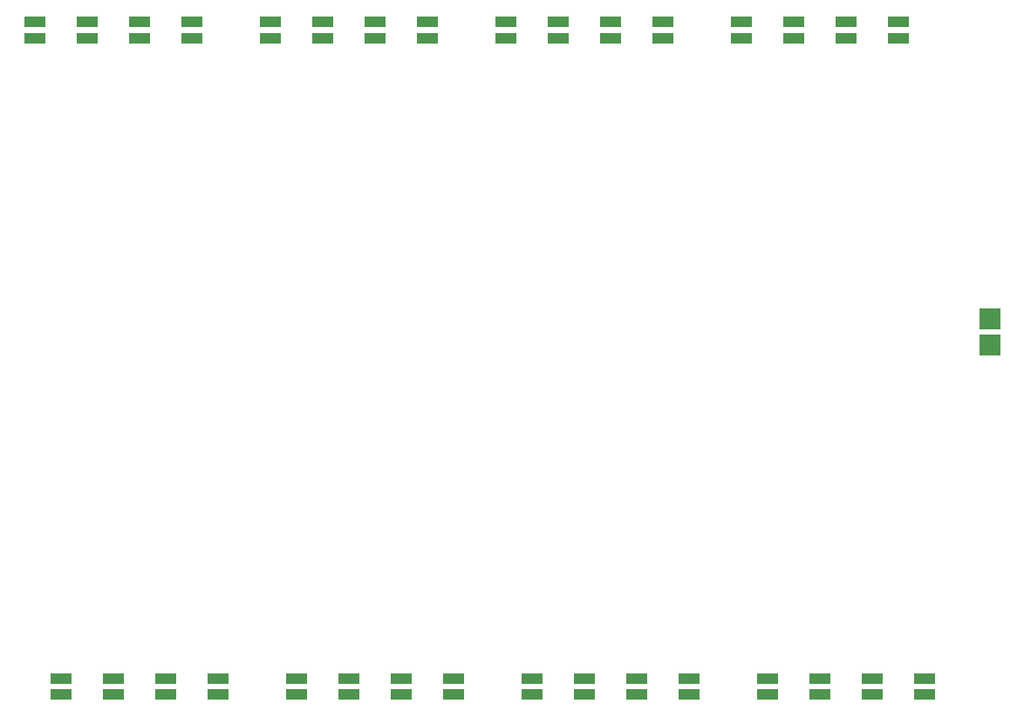
<source format=gbp>
G04 MADE WITH FRITZING*
G04 WWW.FRITZING.ORG*
G04 DOUBLE SIDED*
G04 HOLES PLATED*
G04 CONTOUR ON CENTER OF CONTOUR VECTOR*
%ASAXBY*%
%FSLAX23Y23*%
%MOIN*%
%OFA0B0*%
%SFA1.0B1.0*%
%ADD10R,0.078740X0.078740*%
%ADD11R,0.078740X0.039370*%
%LNPASTEMASK0*%
G90*
G70*
G54D10*
X3773Y1504D03*
X3773Y1404D03*
G54D11*
X2823Y2642D03*
X223Y129D03*
X423Y67D03*
X423Y129D03*
X623Y67D03*
X223Y67D03*
X123Y2579D03*
X523Y2579D03*
X623Y129D03*
X323Y2642D03*
X123Y2642D03*
X323Y2579D03*
X823Y67D03*
X1523Y67D03*
X523Y2642D03*
X1523Y129D03*
X1723Y129D03*
X1723Y67D03*
X1323Y129D03*
X823Y129D03*
X1323Y67D03*
X1123Y67D03*
X2023Y67D03*
X2023Y129D03*
X1123Y129D03*
X2123Y2642D03*
X3423Y2642D03*
X2323Y2579D03*
X2523Y2642D03*
X723Y2579D03*
X2523Y2579D03*
X3423Y2579D03*
X2823Y2579D03*
X3223Y2642D03*
X3023Y2642D03*
X3223Y2579D03*
X3023Y2579D03*
X2323Y2642D03*
X1223Y2642D03*
X1423Y2579D03*
X1023Y2642D03*
X723Y2642D03*
X1023Y2579D03*
X1223Y2579D03*
X1423Y2642D03*
X1923Y2642D03*
X1923Y2579D03*
X2123Y2579D03*
X1623Y2642D03*
X1623Y2579D03*
X2423Y67D03*
X2423Y129D03*
X3523Y67D03*
X3323Y67D03*
X3123Y67D03*
X2923Y67D03*
X2623Y67D03*
X3523Y129D03*
X3323Y129D03*
X3123Y129D03*
X2923Y129D03*
X2623Y129D03*
X2223Y67D03*
X2223Y129D03*
G04 End of PasteMask0*
M02*
</source>
